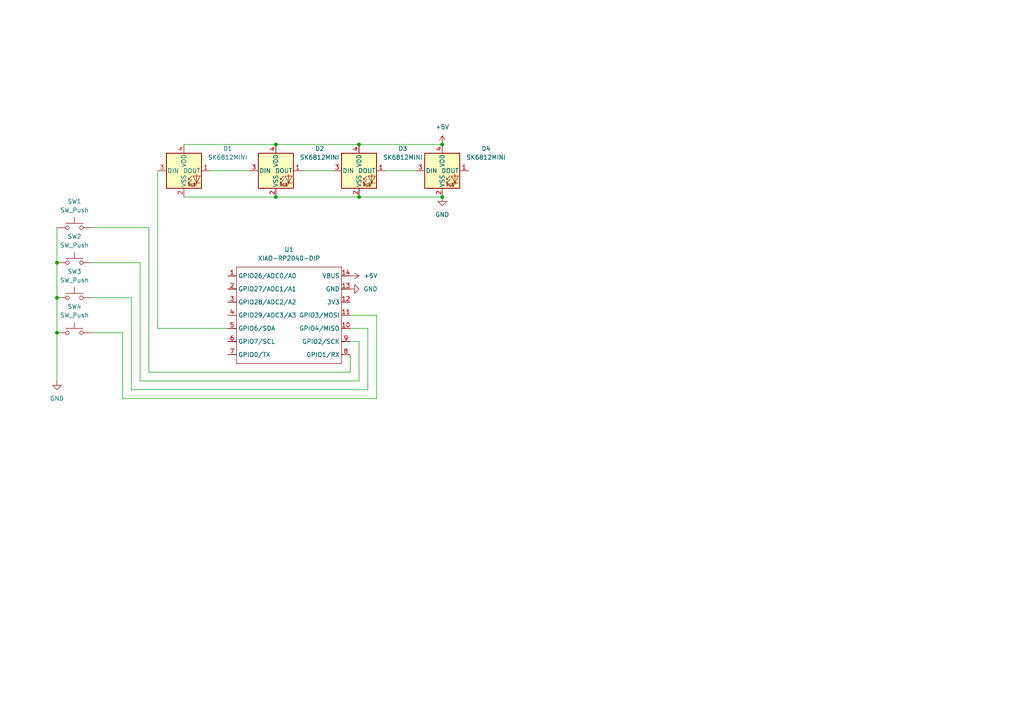
<source format=kicad_sch>
(kicad_sch
	(version 20250114)
	(generator "eeschema")
	(generator_version "9.0")
	(uuid "e8d18917-f8c4-47e2-a51c-370d45eaf6b8")
	(paper "A4")
	(lib_symbols
		(symbol "LED:SK6812MINI"
			(pin_names
				(offset 0.254)
			)
			(exclude_from_sim no)
			(in_bom yes)
			(on_board yes)
			(property "Reference" "D"
				(at 5.08 5.715 0)
				(effects
					(font
						(size 1.27 1.27)
					)
					(justify right bottom)
				)
			)
			(property "Value" "SK6812MINI"
				(at 1.27 -5.715 0)
				(effects
					(font
						(size 1.27 1.27)
					)
					(justify left top)
				)
			)
			(property "Footprint" "LED_SMD:LED_SK6812MINI_PLCC4_3.5x3.5mm_P1.75mm"
				(at 1.27 -7.62 0)
				(effects
					(font
						(size 1.27 1.27)
					)
					(justify left top)
					(hide yes)
				)
			)
			(property "Datasheet" "https://cdn-shop.adafruit.com/product-files/2686/SK6812MINI_REV.01-1-2.pdf"
				(at 2.54 -9.525 0)
				(effects
					(font
						(size 1.27 1.27)
					)
					(justify left top)
					(hide yes)
				)
			)
			(property "Description" "RGB LED with integrated controller"
				(at 0 0 0)
				(effects
					(font
						(size 1.27 1.27)
					)
					(hide yes)
				)
			)
			(property "ki_keywords" "RGB LED NeoPixel Mini addressable"
				(at 0 0 0)
				(effects
					(font
						(size 1.27 1.27)
					)
					(hide yes)
				)
			)
			(property "ki_fp_filters" "LED*SK6812MINI*PLCC*3.5x3.5mm*P1.75mm*"
				(at 0 0 0)
				(effects
					(font
						(size 1.27 1.27)
					)
					(hide yes)
				)
			)
			(symbol "SK6812MINI_0_0"
				(text "RGB"
					(at 2.286 -4.191 0)
					(effects
						(font
							(size 0.762 0.762)
						)
					)
				)
			)
			(symbol "SK6812MINI_0_1"
				(polyline
					(pts
						(xy 1.27 -2.54) (xy 1.778 -2.54)
					)
					(stroke
						(width 0)
						(type default)
					)
					(fill
						(type none)
					)
				)
				(polyline
					(pts
						(xy 1.27 -3.556) (xy 1.778 -3.556)
					)
					(stroke
						(width 0)
						(type default)
					)
					(fill
						(type none)
					)
				)
				(polyline
					(pts
						(xy 2.286 -1.524) (xy 1.27 -2.54) (xy 1.27 -2.032)
					)
					(stroke
						(width 0)
						(type default)
					)
					(fill
						(type none)
					)
				)
				(polyline
					(pts
						(xy 2.286 -2.54) (xy 1.27 -3.556) (xy 1.27 -3.048)
					)
					(stroke
						(width 0)
						(type default)
					)
					(fill
						(type none)
					)
				)
				(polyline
					(pts
						(xy 3.683 -1.016) (xy 3.683 -3.556) (xy 3.683 -4.064)
					)
					(stroke
						(width 0)
						(type default)
					)
					(fill
						(type none)
					)
				)
				(polyline
					(pts
						(xy 4.699 -1.524) (xy 2.667 -1.524) (xy 3.683 -3.556) (xy 4.699 -1.524)
					)
					(stroke
						(width 0)
						(type default)
					)
					(fill
						(type none)
					)
				)
				(polyline
					(pts
						(xy 4.699 -3.556) (xy 2.667 -3.556)
					)
					(stroke
						(width 0)
						(type default)
					)
					(fill
						(type none)
					)
				)
				(rectangle
					(start 5.08 5.08)
					(end -5.08 -5.08)
					(stroke
						(width 0.254)
						(type default)
					)
					(fill
						(type background)
					)
				)
			)
			(symbol "SK6812MINI_1_1"
				(pin input line
					(at -7.62 0 0)
					(length 2.54)
					(name "DIN"
						(effects
							(font
								(size 1.27 1.27)
							)
						)
					)
					(number "3"
						(effects
							(font
								(size 1.27 1.27)
							)
						)
					)
				)
				(pin power_in line
					(at 0 7.62 270)
					(length 2.54)
					(name "VDD"
						(effects
							(font
								(size 1.27 1.27)
							)
						)
					)
					(number "4"
						(effects
							(font
								(size 1.27 1.27)
							)
						)
					)
				)
				(pin power_in line
					(at 0 -7.62 90)
					(length 2.54)
					(name "VSS"
						(effects
							(font
								(size 1.27 1.27)
							)
						)
					)
					(number "2"
						(effects
							(font
								(size 1.27 1.27)
							)
						)
					)
				)
				(pin output line
					(at 7.62 0 180)
					(length 2.54)
					(name "DOUT"
						(effects
							(font
								(size 1.27 1.27)
							)
						)
					)
					(number "1"
						(effects
							(font
								(size 1.27 1.27)
							)
						)
					)
				)
			)
			(embedded_fonts no)
		)
		(symbol "OPL:XIAO-RP2040-DIP"
			(exclude_from_sim no)
			(in_bom yes)
			(on_board yes)
			(property "Reference" "U"
				(at 0 0 0)
				(effects
					(font
						(size 1.27 1.27)
					)
				)
			)
			(property "Value" "XIAO-RP2040-DIP"
				(at 5.334 -1.778 0)
				(effects
					(font
						(size 1.27 1.27)
					)
				)
			)
			(property "Footprint" "Module:MOUDLE14P-XIAO-DIP-SMD"
				(at 14.478 -32.258 0)
				(effects
					(font
						(size 1.27 1.27)
					)
					(hide yes)
				)
			)
			(property "Datasheet" ""
				(at 0 0 0)
				(effects
					(font
						(size 1.27 1.27)
					)
					(hide yes)
				)
			)
			(property "Description" ""
				(at 0 0 0)
				(effects
					(font
						(size 1.27 1.27)
					)
					(hide yes)
				)
			)
			(symbol "XIAO-RP2040-DIP_1_0"
				(polyline
					(pts
						(xy -1.27 -2.54) (xy 29.21 -2.54)
					)
					(stroke
						(width 0.1524)
						(type solid)
					)
					(fill
						(type none)
					)
				)
				(polyline
					(pts
						(xy -1.27 -5.08) (xy -2.54 -5.08)
					)
					(stroke
						(width 0.1524)
						(type solid)
					)
					(fill
						(type none)
					)
				)
				(polyline
					(pts
						(xy -1.27 -5.08) (xy -1.27 -2.54)
					)
					(stroke
						(width 0.1524)
						(type solid)
					)
					(fill
						(type none)
					)
				)
				(polyline
					(pts
						(xy -1.27 -8.89) (xy -2.54 -8.89)
					)
					(stroke
						(width 0.1524)
						(type solid)
					)
					(fill
						(type none)
					)
				)
				(polyline
					(pts
						(xy -1.27 -8.89) (xy -1.27 -5.08)
					)
					(stroke
						(width 0.1524)
						(type solid)
					)
					(fill
						(type none)
					)
				)
				(polyline
					(pts
						(xy -1.27 -12.7) (xy -2.54 -12.7)
					)
					(stroke
						(width 0.1524)
						(type solid)
					)
					(fill
						(type none)
					)
				)
				(polyline
					(pts
						(xy -1.27 -12.7) (xy -1.27 -8.89)
					)
					(stroke
						(width 0.1524)
						(type solid)
					)
					(fill
						(type none)
					)
				)
				(polyline
					(pts
						(xy -1.27 -16.51) (xy -2.54 -16.51)
					)
					(stroke
						(width 0.1524)
						(type solid)
					)
					(fill
						(type none)
					)
				)
				(polyline
					(pts
						(xy -1.27 -16.51) (xy -1.27 -12.7)
					)
					(stroke
						(width 0.1524)
						(type solid)
					)
					(fill
						(type none)
					)
				)
				(polyline
					(pts
						(xy -1.27 -20.32) (xy -2.54 -20.32)
					)
					(stroke
						(width 0.1524)
						(type solid)
					)
					(fill
						(type none)
					)
				)
				(polyline
					(pts
						(xy -1.27 -24.13) (xy -2.54 -24.13)
					)
					(stroke
						(width 0.1524)
						(type solid)
					)
					(fill
						(type none)
					)
				)
				(polyline
					(pts
						(xy -1.27 -27.94) (xy -2.54 -27.94)
					)
					(stroke
						(width 0.1524)
						(type solid)
					)
					(fill
						(type none)
					)
				)
				(polyline
					(pts
						(xy -1.27 -30.48) (xy -1.27 -16.51)
					)
					(stroke
						(width 0.1524)
						(type solid)
					)
					(fill
						(type none)
					)
				)
				(polyline
					(pts
						(xy 29.21 -2.54) (xy 29.21 -5.08)
					)
					(stroke
						(width 0.1524)
						(type solid)
					)
					(fill
						(type none)
					)
				)
				(polyline
					(pts
						(xy 29.21 -5.08) (xy 29.21 -8.89)
					)
					(stroke
						(width 0.1524)
						(type solid)
					)
					(fill
						(type none)
					)
				)
				(polyline
					(pts
						(xy 29.21 -8.89) (xy 29.21 -12.7)
					)
					(stroke
						(width 0.1524)
						(type solid)
					)
					(fill
						(type none)
					)
				)
				(polyline
					(pts
						(xy 29.21 -12.7) (xy 29.21 -30.48)
					)
					(stroke
						(width 0.1524)
						(type solid)
					)
					(fill
						(type none)
					)
				)
				(polyline
					(pts
						(xy 29.21 -30.48) (xy -1.27 -30.48)
					)
					(stroke
						(width 0.1524)
						(type solid)
					)
					(fill
						(type none)
					)
				)
				(polyline
					(pts
						(xy 30.48 -5.08) (xy 29.21 -5.08)
					)
					(stroke
						(width 0.1524)
						(type solid)
					)
					(fill
						(type none)
					)
				)
				(polyline
					(pts
						(xy 30.48 -8.89) (xy 29.21 -8.89)
					)
					(stroke
						(width 0.1524)
						(type solid)
					)
					(fill
						(type none)
					)
				)
				(polyline
					(pts
						(xy 30.48 -12.7) (xy 29.21 -12.7)
					)
					(stroke
						(width 0.1524)
						(type solid)
					)
					(fill
						(type none)
					)
				)
				(polyline
					(pts
						(xy 30.48 -16.51) (xy 29.21 -16.51)
					)
					(stroke
						(width 0.1524)
						(type solid)
					)
					(fill
						(type none)
					)
				)
				(polyline
					(pts
						(xy 30.48 -20.32) (xy 29.21 -20.32)
					)
					(stroke
						(width 0.1524)
						(type solid)
					)
					(fill
						(type none)
					)
				)
				(polyline
					(pts
						(xy 30.48 -24.13) (xy 29.21 -24.13)
					)
					(stroke
						(width 0.1524)
						(type solid)
					)
					(fill
						(type none)
					)
				)
				(polyline
					(pts
						(xy 30.48 -27.94) (xy 29.21 -27.94)
					)
					(stroke
						(width 0.1524)
						(type solid)
					)
					(fill
						(type none)
					)
				)
				(pin passive line
					(at -3.81 -5.08 0)
					(length 2.54)
					(name "GPIO26/ADC0/A0"
						(effects
							(font
								(size 1.27 1.27)
							)
						)
					)
					(number "1"
						(effects
							(font
								(size 1.27 1.27)
							)
						)
					)
				)
				(pin passive line
					(at -3.81 -8.89 0)
					(length 2.54)
					(name "GPIO27/ADC1/A1"
						(effects
							(font
								(size 1.27 1.27)
							)
						)
					)
					(number "2"
						(effects
							(font
								(size 1.27 1.27)
							)
						)
					)
				)
				(pin passive line
					(at -3.81 -12.7 0)
					(length 2.54)
					(name "GPIO28/ADC2/A2"
						(effects
							(font
								(size 1.27 1.27)
							)
						)
					)
					(number "3"
						(effects
							(font
								(size 1.27 1.27)
							)
						)
					)
				)
				(pin passive line
					(at -3.81 -16.51 0)
					(length 2.54)
					(name "GPIO29/ADC3/A3"
						(effects
							(font
								(size 1.27 1.27)
							)
						)
					)
					(number "4"
						(effects
							(font
								(size 1.27 1.27)
							)
						)
					)
				)
				(pin passive line
					(at -3.81 -20.32 0)
					(length 2.54)
					(name "GPIO6/SDA"
						(effects
							(font
								(size 1.27 1.27)
							)
						)
					)
					(number "5"
						(effects
							(font
								(size 1.27 1.27)
							)
						)
					)
				)
				(pin passive line
					(at -3.81 -24.13 0)
					(length 2.54)
					(name "GPIO7/SCL"
						(effects
							(font
								(size 1.27 1.27)
							)
						)
					)
					(number "6"
						(effects
							(font
								(size 1.27 1.27)
							)
						)
					)
				)
				(pin passive line
					(at -3.81 -27.94 0)
					(length 2.54)
					(name "GPIO0/TX"
						(effects
							(font
								(size 1.27 1.27)
							)
						)
					)
					(number "7"
						(effects
							(font
								(size 1.27 1.27)
							)
						)
					)
				)
				(pin passive line
					(at 31.75 -5.08 180)
					(length 2.54)
					(name "VBUS"
						(effects
							(font
								(size 1.27 1.27)
							)
						)
					)
					(number "14"
						(effects
							(font
								(size 1.27 1.27)
							)
						)
					)
				)
				(pin passive line
					(at 31.75 -8.89 180)
					(length 2.54)
					(name "GND"
						(effects
							(font
								(size 1.27 1.27)
							)
						)
					)
					(number "13"
						(effects
							(font
								(size 1.27 1.27)
							)
						)
					)
				)
				(pin passive line
					(at 31.75 -12.7 180)
					(length 2.54)
					(name "3V3"
						(effects
							(font
								(size 1.27 1.27)
							)
						)
					)
					(number "12"
						(effects
							(font
								(size 1.27 1.27)
							)
						)
					)
				)
				(pin passive line
					(at 31.75 -16.51 180)
					(length 2.54)
					(name "GPIO3/MOSI"
						(effects
							(font
								(size 1.27 1.27)
							)
						)
					)
					(number "11"
						(effects
							(font
								(size 1.27 1.27)
							)
						)
					)
				)
				(pin passive line
					(at 31.75 -20.32 180)
					(length 2.54)
					(name "GPIO4/MISO"
						(effects
							(font
								(size 1.27 1.27)
							)
						)
					)
					(number "10"
						(effects
							(font
								(size 1.27 1.27)
							)
						)
					)
				)
				(pin passive line
					(at 31.75 -24.13 180)
					(length 2.54)
					(name "GPIO2/SCK"
						(effects
							(font
								(size 1.27 1.27)
							)
						)
					)
					(number "9"
						(effects
							(font
								(size 1.27 1.27)
							)
						)
					)
				)
				(pin passive line
					(at 31.75 -27.94 180)
					(length 2.54)
					(name "GPIO1/RX"
						(effects
							(font
								(size 1.27 1.27)
							)
						)
					)
					(number "8"
						(effects
							(font
								(size 1.27 1.27)
							)
						)
					)
				)
			)
			(embedded_fonts no)
		)
		(symbol "Switch:SW_Push"
			(pin_numbers
				(hide yes)
			)
			(pin_names
				(offset 1.016)
				(hide yes)
			)
			(exclude_from_sim no)
			(in_bom yes)
			(on_board yes)
			(property "Reference" "SW"
				(at 1.27 2.54 0)
				(effects
					(font
						(size 1.27 1.27)
					)
					(justify left)
				)
			)
			(property "Value" "SW_Push"
				(at 0 -1.524 0)
				(effects
					(font
						(size 1.27 1.27)
					)
				)
			)
			(property "Footprint" ""
				(at 0 5.08 0)
				(effects
					(font
						(size 1.27 1.27)
					)
					(hide yes)
				)
			)
			(property "Datasheet" "~"
				(at 0 5.08 0)
				(effects
					(font
						(size 1.27 1.27)
					)
					(hide yes)
				)
			)
			(property "Description" "Push button switch, generic, two pins"
				(at 0 0 0)
				(effects
					(font
						(size 1.27 1.27)
					)
					(hide yes)
				)
			)
			(property "ki_keywords" "switch normally-open pushbutton push-button"
				(at 0 0 0)
				(effects
					(font
						(size 1.27 1.27)
					)
					(hide yes)
				)
			)
			(symbol "SW_Push_0_1"
				(circle
					(center -2.032 0)
					(radius 0.508)
					(stroke
						(width 0)
						(type default)
					)
					(fill
						(type none)
					)
				)
				(polyline
					(pts
						(xy 0 1.27) (xy 0 3.048)
					)
					(stroke
						(width 0)
						(type default)
					)
					(fill
						(type none)
					)
				)
				(circle
					(center 2.032 0)
					(radius 0.508)
					(stroke
						(width 0)
						(type default)
					)
					(fill
						(type none)
					)
				)
				(polyline
					(pts
						(xy 2.54 1.27) (xy -2.54 1.27)
					)
					(stroke
						(width 0)
						(type default)
					)
					(fill
						(type none)
					)
				)
				(pin passive line
					(at -5.08 0 0)
					(length 2.54)
					(name "1"
						(effects
							(font
								(size 1.27 1.27)
							)
						)
					)
					(number "1"
						(effects
							(font
								(size 1.27 1.27)
							)
						)
					)
				)
				(pin passive line
					(at 5.08 0 180)
					(length 2.54)
					(name "2"
						(effects
							(font
								(size 1.27 1.27)
							)
						)
					)
					(number "2"
						(effects
							(font
								(size 1.27 1.27)
							)
						)
					)
				)
			)
			(embedded_fonts no)
		)
		(symbol "power:+5V"
			(power)
			(pin_numbers
				(hide yes)
			)
			(pin_names
				(offset 0)
				(hide yes)
			)
			(exclude_from_sim no)
			(in_bom yes)
			(on_board yes)
			(property "Reference" "#PWR"
				(at 0 -3.81 0)
				(effects
					(font
						(size 1.27 1.27)
					)
					(hide yes)
				)
			)
			(property "Value" "+5V"
				(at 0 3.556 0)
				(effects
					(font
						(size 1.27 1.27)
					)
				)
			)
			(property "Footprint" ""
				(at 0 0 0)
				(effects
					(font
						(size 1.27 1.27)
					)
					(hide yes)
				)
			)
			(property "Datasheet" ""
				(at 0 0 0)
				(effects
					(font
						(size 1.27 1.27)
					)
					(hide yes)
				)
			)
			(property "Description" "Power symbol creates a global label with name \"+5V\""
				(at 0 0 0)
				(effects
					(font
						(size 1.27 1.27)
					)
					(hide yes)
				)
			)
			(property "ki_keywords" "global power"
				(at 0 0 0)
				(effects
					(font
						(size 1.27 1.27)
					)
					(hide yes)
				)
			)
			(symbol "+5V_0_1"
				(polyline
					(pts
						(xy -0.762 1.27) (xy 0 2.54)
					)
					(stroke
						(width 0)
						(type default)
					)
					(fill
						(type none)
					)
				)
				(polyline
					(pts
						(xy 0 2.54) (xy 0.762 1.27)
					)
					(stroke
						(width 0)
						(type default)
					)
					(fill
						(type none)
					)
				)
				(polyline
					(pts
						(xy 0 0) (xy 0 2.54)
					)
					(stroke
						(width 0)
						(type default)
					)
					(fill
						(type none)
					)
				)
			)
			(symbol "+5V_1_1"
				(pin power_in line
					(at 0 0 90)
					(length 0)
					(name "~"
						(effects
							(font
								(size 1.27 1.27)
							)
						)
					)
					(number "1"
						(effects
							(font
								(size 1.27 1.27)
							)
						)
					)
				)
			)
			(embedded_fonts no)
		)
		(symbol "power:GND"
			(power)
			(pin_numbers
				(hide yes)
			)
			(pin_names
				(offset 0)
				(hide yes)
			)
			(exclude_from_sim no)
			(in_bom yes)
			(on_board yes)
			(property "Reference" "#PWR"
				(at 0 -6.35 0)
				(effects
					(font
						(size 1.27 1.27)
					)
					(hide yes)
				)
			)
			(property "Value" "GND"
				(at 0 -3.81 0)
				(effects
					(font
						(size 1.27 1.27)
					)
				)
			)
			(property "Footprint" ""
				(at 0 0 0)
				(effects
					(font
						(size 1.27 1.27)
					)
					(hide yes)
				)
			)
			(property "Datasheet" ""
				(at 0 0 0)
				(effects
					(font
						(size 1.27 1.27)
					)
					(hide yes)
				)
			)
			(property "Description" "Power symbol creates a global label with name \"GND\" , ground"
				(at 0 0 0)
				(effects
					(font
						(size 1.27 1.27)
					)
					(hide yes)
				)
			)
			(property "ki_keywords" "global power"
				(at 0 0 0)
				(effects
					(font
						(size 1.27 1.27)
					)
					(hide yes)
				)
			)
			(symbol "GND_0_1"
				(polyline
					(pts
						(xy 0 0) (xy 0 -1.27) (xy 1.27 -1.27) (xy 0 -2.54) (xy -1.27 -1.27) (xy 0 -1.27)
					)
					(stroke
						(width 0)
						(type default)
					)
					(fill
						(type none)
					)
				)
			)
			(symbol "GND_1_1"
				(pin power_in line
					(at 0 0 270)
					(length 0)
					(name "~"
						(effects
							(font
								(size 1.27 1.27)
							)
						)
					)
					(number "1"
						(effects
							(font
								(size 1.27 1.27)
							)
						)
					)
				)
			)
			(embedded_fonts no)
		)
	)
	(junction
		(at 16.51 96.52)
		(diameter 0)
		(color 0 0 0 0)
		(uuid "22792a60-0b63-4a5e-a81a-c52a18c75643")
	)
	(junction
		(at 16.51 86.36)
		(diameter 0)
		(color 0 0 0 0)
		(uuid "3e9ec236-144f-4c8c-8981-92e33dd764e9")
	)
	(junction
		(at 80.01 41.91)
		(diameter 0)
		(color 0 0 0 0)
		(uuid "5235e165-c1a0-4ee2-8387-5d37cf71161a")
	)
	(junction
		(at 128.27 41.91)
		(diameter 0)
		(color 0 0 0 0)
		(uuid "71c0c1aa-4946-43f6-9795-268cf70b75b2")
	)
	(junction
		(at 104.14 57.15)
		(diameter 0)
		(color 0 0 0 0)
		(uuid "7412e396-9275-4e99-83c7-2b53f1c55508")
	)
	(junction
		(at 80.01 57.15)
		(diameter 0)
		(color 0 0 0 0)
		(uuid "782a96db-5d48-4154-af36-6c949723084a")
	)
	(junction
		(at 128.27 57.15)
		(diameter 0)
		(color 0 0 0 0)
		(uuid "cdaefd20-07c4-437f-8f86-75fa7be90242")
	)
	(junction
		(at 104.14 41.91)
		(diameter 0)
		(color 0 0 0 0)
		(uuid "de4b34c6-350b-41ed-b253-2794c31c1379")
	)
	(junction
		(at 16.51 76.2)
		(diameter 0)
		(color 0 0 0 0)
		(uuid "ef0e1e21-c0e2-4b60-8792-9b288a437c10")
	)
	(wire
		(pts
			(xy 45.72 95.25) (xy 45.72 49.53)
		)
		(stroke
			(width 0)
			(type default)
		)
		(uuid "144e7e0d-d4f0-4e8c-8348-d1d5b4092314")
	)
	(wire
		(pts
			(xy 26.67 96.52) (xy 35.56 96.52)
		)
		(stroke
			(width 0)
			(type default)
		)
		(uuid "1835de6c-d58c-435d-aa3b-87954196fa03")
	)
	(wire
		(pts
			(xy 60.96 49.53) (xy 72.39 49.53)
		)
		(stroke
			(width 0)
			(type default)
		)
		(uuid "187bd588-07f4-4b88-950b-946748571ec5")
	)
	(wire
		(pts
			(xy 87.63 49.53) (xy 96.52 49.53)
		)
		(stroke
			(width 0)
			(type default)
		)
		(uuid "3f6b34b6-4aec-418f-8701-dfdb21e78c35")
	)
	(wire
		(pts
			(xy 106.68 113.03) (xy 106.68 95.25)
		)
		(stroke
			(width 0)
			(type default)
		)
		(uuid "45248671-0a11-48db-8622-7f89ab4f21e6")
	)
	(wire
		(pts
			(xy 16.51 110.49) (xy 16.51 96.52)
		)
		(stroke
			(width 0)
			(type default)
		)
		(uuid "45e2fb39-530b-42fb-9671-9b97472bfd71")
	)
	(wire
		(pts
			(xy 53.34 41.91) (xy 80.01 41.91)
		)
		(stroke
			(width 0)
			(type default)
		)
		(uuid "46b6616a-95e2-4e13-bfe2-f1b2d8f3add2")
	)
	(wire
		(pts
			(xy 35.56 115.57) (xy 35.56 96.52)
		)
		(stroke
			(width 0)
			(type default)
		)
		(uuid "5212d43c-de46-4d6f-bd75-322565d25667")
	)
	(wire
		(pts
			(xy 40.64 110.49) (xy 104.14 110.49)
		)
		(stroke
			(width 0)
			(type default)
		)
		(uuid "5b82ab40-0c63-4d5a-8edd-9f19116711ed")
	)
	(wire
		(pts
			(xy 104.14 41.91) (xy 128.27 41.91)
		)
		(stroke
			(width 0)
			(type default)
		)
		(uuid "5f849c37-2f75-4fc3-9ab8-1ac9f7d21d6d")
	)
	(wire
		(pts
			(xy 66.04 95.25) (xy 45.72 95.25)
		)
		(stroke
			(width 0)
			(type default)
		)
		(uuid "670c27af-8baf-4783-83b8-eae0262ebbc9")
	)
	(wire
		(pts
			(xy 43.18 66.04) (xy 43.18 107.95)
		)
		(stroke
			(width 0)
			(type default)
		)
		(uuid "6d5c02c6-72f3-4aba-a51a-4a26a2798168")
	)
	(wire
		(pts
			(xy 104.14 110.49) (xy 104.14 99.06)
		)
		(stroke
			(width 0)
			(type default)
		)
		(uuid "6e423dc1-82c3-4473-bacc-3efedcfa8de1")
	)
	(wire
		(pts
			(xy 104.14 57.15) (xy 128.27 57.15)
		)
		(stroke
			(width 0)
			(type default)
		)
		(uuid "6fc98268-cd06-4fe3-8fe2-cf5ae5538419")
	)
	(wire
		(pts
			(xy 111.76 49.53) (xy 120.65 49.53)
		)
		(stroke
			(width 0)
			(type default)
		)
		(uuid "70044248-e3e8-4aa7-8b06-91ce84b12c43")
	)
	(wire
		(pts
			(xy 101.6 107.95) (xy 101.6 102.87)
		)
		(stroke
			(width 0)
			(type default)
		)
		(uuid "77429bf1-a3d3-4b7d-aa49-bb5f7e6a7953")
	)
	(wire
		(pts
			(xy 16.51 86.36) (xy 16.51 96.52)
		)
		(stroke
			(width 0)
			(type default)
		)
		(uuid "8725ec7c-682b-48ff-9d3b-b1878d2bad18")
	)
	(wire
		(pts
			(xy 26.67 66.04) (xy 43.18 66.04)
		)
		(stroke
			(width 0)
			(type default)
		)
		(uuid "88eea14a-68f9-4b9e-9145-bf2b6b59f697")
	)
	(wire
		(pts
			(xy 26.67 76.2) (xy 40.64 76.2)
		)
		(stroke
			(width 0)
			(type default)
		)
		(uuid "8c00afd9-9557-42b9-a7e9-767b59ef3d41")
	)
	(wire
		(pts
			(xy 40.64 76.2) (xy 40.64 110.49)
		)
		(stroke
			(width 0)
			(type default)
		)
		(uuid "9867fccf-d305-4954-9e23-425c7252271e")
	)
	(wire
		(pts
			(xy 80.01 57.15) (xy 104.14 57.15)
		)
		(stroke
			(width 0)
			(type default)
		)
		(uuid "abd3d985-dd91-410f-9eb9-20026d53e93e")
	)
	(wire
		(pts
			(xy 104.14 99.06) (xy 101.6 99.06)
		)
		(stroke
			(width 0)
			(type default)
		)
		(uuid "abdb37ec-f0c1-4931-901e-4b540acf44dd")
	)
	(wire
		(pts
			(xy 106.68 95.25) (xy 101.6 95.25)
		)
		(stroke
			(width 0)
			(type default)
		)
		(uuid "ad2cb313-569a-4f09-a980-6468f9b0151e")
	)
	(wire
		(pts
			(xy 38.1 86.36) (xy 38.1 113.03)
		)
		(stroke
			(width 0)
			(type default)
		)
		(uuid "aebb13c7-1c85-4fe8-9c11-acc368eb579c")
	)
	(wire
		(pts
			(xy 38.1 113.03) (xy 106.68 113.03)
		)
		(stroke
			(width 0)
			(type default)
		)
		(uuid "b82a4cc8-d340-4559-9802-2b6d808f45b0")
	)
	(wire
		(pts
			(xy 109.22 91.44) (xy 109.22 115.57)
		)
		(stroke
			(width 0)
			(type default)
		)
		(uuid "bc1b9665-7a32-4a53-962d-985950d7642e")
	)
	(wire
		(pts
			(xy 26.67 86.36) (xy 38.1 86.36)
		)
		(stroke
			(width 0)
			(type default)
		)
		(uuid "c059e6d0-97cc-4eb2-98b4-a55bba9f438e")
	)
	(wire
		(pts
			(xy 53.34 57.15) (xy 80.01 57.15)
		)
		(stroke
			(width 0)
			(type default)
		)
		(uuid "c579cc70-f489-4dba-8c5f-3dcd9b922bd2")
	)
	(wire
		(pts
			(xy 16.51 76.2) (xy 16.51 86.36)
		)
		(stroke
			(width 0)
			(type default)
		)
		(uuid "e106de6a-1676-4b70-b3a5-b3c5f916257b")
	)
	(wire
		(pts
			(xy 109.22 115.57) (xy 35.56 115.57)
		)
		(stroke
			(width 0)
			(type default)
		)
		(uuid "f3b8ecb0-0be9-4501-a41b-0b365446c6f5")
	)
	(wire
		(pts
			(xy 80.01 41.91) (xy 104.14 41.91)
		)
		(stroke
			(width 0)
			(type default)
		)
		(uuid "f434d347-4dad-469d-9710-09134b294bf1")
	)
	(wire
		(pts
			(xy 16.51 66.04) (xy 16.51 76.2)
		)
		(stroke
			(width 0)
			(type default)
		)
		(uuid "f59ebb38-0438-4f89-9228-5a05e90ab0dc")
	)
	(wire
		(pts
			(xy 43.18 107.95) (xy 101.6 107.95)
		)
		(stroke
			(width 0)
			(type default)
		)
		(uuid "f85246b5-3773-4bba-9407-c60c72d09019")
	)
	(wire
		(pts
			(xy 101.6 91.44) (xy 109.22 91.44)
		)
		(stroke
			(width 0)
			(type default)
		)
		(uuid "f8c100a6-f77d-4f1b-a625-19b74c4a2575")
	)
	(symbol
		(lib_id "LED:SK6812MINI")
		(at 80.01 49.53 0)
		(unit 1)
		(exclude_from_sim no)
		(in_bom yes)
		(on_board yes)
		(dnp no)
		(fields_autoplaced yes)
		(uuid "005125d3-3e9b-4b67-83ba-17a9ece2e2f1")
		(property "Reference" "D2"
			(at 92.71 43.1098 0)
			(effects
				(font
					(size 1.27 1.27)
				)
			)
		)
		(property "Value" "SK6812MINI"
			(at 92.71 45.6498 0)
			(effects
				(font
					(size 1.27 1.27)
				)
			)
		)
		(property "Footprint" "LED_SMD:LED_SK6812MINI_PLCC4_3.5x3.5mm_P1.75mm"
			(at 81.28 57.15 0)
			(effects
				(font
					(size 1.27 1.27)
				)
				(justify left top)
				(hide yes)
			)
		)
		(property "Datasheet" "https://cdn-shop.adafruit.com/product-files/2686/SK6812MINI_REV.01-1-2.pdf"
			(at 82.55 59.055 0)
			(effects
				(font
					(size 1.27 1.27)
				)
				(justify left top)
				(hide yes)
			)
		)
		(property "Description" "RGB LED with integrated controller"
			(at 80.01 49.53 0)
			(effects
				(font
					(size 1.27 1.27)
				)
				(hide yes)
			)
		)
		(pin "2"
			(uuid "cccfef72-1176-4072-b561-a32f24737781")
		)
		(pin "3"
			(uuid "e00bb11d-f66d-4860-8a66-cb4af0072a9b")
		)
		(pin "1"
			(uuid "29e46ecc-8ee1-442f-b37e-ec40a94cb15d")
		)
		(pin "4"
			(uuid "a2976266-daef-4788-ab35-008df836510d")
		)
		(instances
			(project ""
				(path "/e8d18917-f8c4-47e2-a51c-370d45eaf6b8"
					(reference "D2")
					(unit 1)
				)
			)
		)
	)
	(symbol
		(lib_id "power:+5V")
		(at 128.27 41.91 0)
		(unit 1)
		(exclude_from_sim no)
		(in_bom yes)
		(on_board yes)
		(dnp no)
		(fields_autoplaced yes)
		(uuid "093a78a7-27a0-419d-9cf4-2fdf897be695")
		(property "Reference" "#PWR07"
			(at 128.27 45.72 0)
			(effects
				(font
					(size 1.27 1.27)
				)
				(hide yes)
			)
		)
		(property "Value" "+5V"
			(at 128.27 36.83 0)
			(effects
				(font
					(size 1.27 1.27)
				)
			)
		)
		(property "Footprint" ""
			(at 128.27 41.91 0)
			(effects
				(font
					(size 1.27 1.27)
				)
				(hide yes)
			)
		)
		(property "Datasheet" ""
			(at 128.27 41.91 0)
			(effects
				(font
					(size 1.27 1.27)
				)
				(hide yes)
			)
		)
		(property "Description" "Power symbol creates a global label with name \"+5V\""
			(at 128.27 41.91 0)
			(effects
				(font
					(size 1.27 1.27)
				)
				(hide yes)
			)
		)
		(pin "1"
			(uuid "417252bd-c5df-4ee5-855f-d2d29e4768a1")
		)
		(instances
			(project "pleasecommit_redacted"
				(path "/e8d18917-f8c4-47e2-a51c-370d45eaf6b8"
					(reference "#PWR07")
					(unit 1)
				)
			)
		)
	)
	(symbol
		(lib_id "LED:SK6812MINI")
		(at 53.34 49.53 0)
		(unit 1)
		(exclude_from_sim no)
		(in_bom yes)
		(on_board yes)
		(dnp no)
		(fields_autoplaced yes)
		(uuid "1933ec1e-ed99-4a6a-8d26-73691bf809e4")
		(property "Reference" "D1"
			(at 66.04 43.1098 0)
			(effects
				(font
					(size 1.27 1.27)
				)
			)
		)
		(property "Value" "SK6812MINI"
			(at 66.04 45.6498 0)
			(effects
				(font
					(size 1.27 1.27)
				)
			)
		)
		(property "Footprint" "LED_SMD:LED_SK6812MINI_PLCC4_3.5x3.5mm_P1.75mm"
			(at 54.61 57.15 0)
			(effects
				(font
					(size 1.27 1.27)
				)
				(justify left top)
				(hide yes)
			)
		)
		(property "Datasheet" "https://cdn-shop.adafruit.com/product-files/2686/SK6812MINI_REV.01-1-2.pdf"
			(at 55.88 59.055 0)
			(effects
				(font
					(size 1.27 1.27)
				)
				(justify left top)
				(hide yes)
			)
		)
		(property "Description" "RGB LED with integrated controller"
			(at 53.34 49.53 0)
			(effects
				(font
					(size 1.27 1.27)
				)
				(hide yes)
			)
		)
		(pin "1"
			(uuid "d7203aa3-4dff-4fcf-8651-596ccd4c7424")
		)
		(pin "2"
			(uuid "8e59f366-a3bb-43ac-ab74-5a1fa60720c9")
		)
		(pin "4"
			(uuid "3fcfb42b-4a06-4183-afb8-69c37fe4c597")
		)
		(pin "3"
			(uuid "abf69e1d-fa1a-4bff-9c4b-6998f029f3ff")
		)
		(instances
			(project ""
				(path "/e8d18917-f8c4-47e2-a51c-370d45eaf6b8"
					(reference "D1")
					(unit 1)
				)
			)
		)
	)
	(symbol
		(lib_id "Switch:SW_Push")
		(at 21.59 96.52 0)
		(unit 1)
		(exclude_from_sim no)
		(in_bom yes)
		(on_board yes)
		(dnp no)
		(fields_autoplaced yes)
		(uuid "3781a60b-f52e-40f5-82f5-a9fffd1cfb70")
		(property "Reference" "SW4"
			(at 21.59 88.9 0)
			(effects
				(font
					(size 1.27 1.27)
				)
			)
		)
		(property "Value" "SW_Push"
			(at 21.59 91.44 0)
			(effects
				(font
					(size 1.27 1.27)
				)
			)
		)
		(property "Footprint" "Button_Switch_Keyboard:SW_Cherry_MX_1.00u_PCB"
			(at 21.59 91.44 0)
			(effects
				(font
					(size 1.27 1.27)
				)
				(hide yes)
			)
		)
		(property "Datasheet" "~"
			(at 21.59 91.44 0)
			(effects
				(font
					(size 1.27 1.27)
				)
				(hide yes)
			)
		)
		(property "Description" "Push button switch, generic, two pins"
			(at 21.59 96.52 0)
			(effects
				(font
					(size 1.27 1.27)
				)
				(hide yes)
			)
		)
		(pin "1"
			(uuid "0189b593-8c9d-4c11-9ba9-5464fe9f13e7")
		)
		(pin "2"
			(uuid "a03c6b81-56ba-4166-9d0c-10a28d614199")
		)
		(instances
			(project ""
				(path "/e8d18917-f8c4-47e2-a51c-370d45eaf6b8"
					(reference "SW4")
					(unit 1)
				)
			)
		)
	)
	(symbol
		(lib_id "LED:SK6812MINI")
		(at 104.14 49.53 0)
		(unit 1)
		(exclude_from_sim no)
		(in_bom yes)
		(on_board yes)
		(dnp no)
		(fields_autoplaced yes)
		(uuid "458005c7-144a-4c08-ac06-d90b2d73908e")
		(property "Reference" "D3"
			(at 116.84 43.1098 0)
			(effects
				(font
					(size 1.27 1.27)
				)
			)
		)
		(property "Value" "SK6812MINI"
			(at 116.84 45.6498 0)
			(effects
				(font
					(size 1.27 1.27)
				)
			)
		)
		(property "Footprint" "LED_SMD:LED_SK6812MINI_PLCC4_3.5x3.5mm_P1.75mm"
			(at 105.41 57.15 0)
			(effects
				(font
					(size 1.27 1.27)
				)
				(justify left top)
				(hide yes)
			)
		)
		(property "Datasheet" "https://cdn-shop.adafruit.com/product-files/2686/SK6812MINI_REV.01-1-2.pdf"
			(at 106.68 59.055 0)
			(effects
				(font
					(size 1.27 1.27)
				)
				(justify left top)
				(hide yes)
			)
		)
		(property "Description" "RGB LED with integrated controller"
			(at 104.14 49.53 0)
			(effects
				(font
					(size 1.27 1.27)
				)
				(hide yes)
			)
		)
		(pin "4"
			(uuid "230b4976-ffd3-474b-8d24-7f8537385754")
		)
		(pin "2"
			(uuid "53c649d3-01ae-4626-b307-3cf688674f33")
		)
		(pin "1"
			(uuid "1184c67e-fdc4-4027-adfd-7fbc8e18b7db")
		)
		(pin "3"
			(uuid "035bf8f1-890e-402c-ae8f-da19f522a89c")
		)
		(instances
			(project ""
				(path "/e8d18917-f8c4-47e2-a51c-370d45eaf6b8"
					(reference "D3")
					(unit 1)
				)
			)
		)
	)
	(symbol
		(lib_id "power:GND")
		(at 128.27 57.15 0)
		(unit 1)
		(exclude_from_sim no)
		(in_bom yes)
		(on_board yes)
		(dnp no)
		(fields_autoplaced yes)
		(uuid "4f29084b-ca39-4319-bc6d-ab3ed15381f2")
		(property "Reference" "#PWR09"
			(at 128.27 63.5 0)
			(effects
				(font
					(size 1.27 1.27)
				)
				(hide yes)
			)
		)
		(property "Value" "GND"
			(at 128.27 62.23 0)
			(effects
				(font
					(size 1.27 1.27)
				)
			)
		)
		(property "Footprint" ""
			(at 128.27 57.15 0)
			(effects
				(font
					(size 1.27 1.27)
				)
				(hide yes)
			)
		)
		(property "Datasheet" ""
			(at 128.27 57.15 0)
			(effects
				(font
					(size 1.27 1.27)
				)
				(hide yes)
			)
		)
		(property "Description" "Power symbol creates a global label with name \"GND\" , ground"
			(at 128.27 57.15 0)
			(effects
				(font
					(size 1.27 1.27)
				)
				(hide yes)
			)
		)
		(pin "1"
			(uuid "37151597-3a45-405c-8069-a33a01d03bdb")
		)
		(instances
			(project "pleasecommit_redacted"
				(path "/e8d18917-f8c4-47e2-a51c-370d45eaf6b8"
					(reference "#PWR09")
					(unit 1)
				)
			)
		)
	)
	(symbol
		(lib_id "Switch:SW_Push")
		(at 21.59 86.36 0)
		(unit 1)
		(exclude_from_sim no)
		(in_bom yes)
		(on_board yes)
		(dnp no)
		(fields_autoplaced yes)
		(uuid "59cd4743-f218-402f-ab1b-117a9c25477d")
		(property "Reference" "SW3"
			(at 21.59 78.74 0)
			(effects
				(font
					(size 1.27 1.27)
				)
			)
		)
		(property "Value" "SW_Push"
			(at 21.59 81.28 0)
			(effects
				(font
					(size 1.27 1.27)
				)
			)
		)
		(property "Footprint" "Button_Switch_Keyboard:SW_Cherry_MX_1.00u_PCB"
			(at 21.59 81.28 0)
			(effects
				(font
					(size 1.27 1.27)
				)
				(hide yes)
			)
		)
		(property "Datasheet" "~"
			(at 21.59 81.28 0)
			(effects
				(font
					(size 1.27 1.27)
				)
				(hide yes)
			)
		)
		(property "Description" "Push button switch, generic, two pins"
			(at 21.59 86.36 0)
			(effects
				(font
					(size 1.27 1.27)
				)
				(hide yes)
			)
		)
		(pin "2"
			(uuid "6c39e4b3-5864-44af-8888-b53fda89e033")
		)
		(pin "1"
			(uuid "7fefb8bd-7688-4626-89e6-d19441d5832c")
		)
		(instances
			(project ""
				(path "/e8d18917-f8c4-47e2-a51c-370d45eaf6b8"
					(reference "SW3")
					(unit 1)
				)
			)
		)
	)
	(symbol
		(lib_id "LED:SK6812MINI")
		(at 128.27 49.53 0)
		(unit 1)
		(exclude_from_sim no)
		(in_bom yes)
		(on_board yes)
		(dnp no)
		(fields_autoplaced yes)
		(uuid "723b449b-6d8a-4cde-9863-62e9fe43c2e3")
		(property "Reference" "D4"
			(at 140.97 43.1098 0)
			(effects
				(font
					(size 1.27 1.27)
				)
			)
		)
		(property "Value" "SK6812MINI"
			(at 140.97 45.6498 0)
			(effects
				(font
					(size 1.27 1.27)
				)
			)
		)
		(property "Footprint" "LED_SMD:LED_SK6812MINI_PLCC4_3.5x3.5mm_P1.75mm"
			(at 129.54 57.15 0)
			(effects
				(font
					(size 1.27 1.27)
				)
				(justify left top)
				(hide yes)
			)
		)
		(property "Datasheet" "https://cdn-shop.adafruit.com/product-files/2686/SK6812MINI_REV.01-1-2.pdf"
			(at 130.81 59.055 0)
			(effects
				(font
					(size 1.27 1.27)
				)
				(justify left top)
				(hide yes)
			)
		)
		(property "Description" "RGB LED with integrated controller"
			(at 128.27 49.53 0)
			(effects
				(font
					(size 1.27 1.27)
				)
				(hide yes)
			)
		)
		(pin "3"
			(uuid "ff9df1bc-4022-4142-897e-790711f50aa5")
		)
		(pin "4"
			(uuid "579496c2-9b59-45d3-951c-0dbe10100e61")
		)
		(pin "2"
			(uuid "50dab1f4-36d2-4d3f-8418-ccb21b077478")
		)
		(pin "1"
			(uuid "27449a99-baa1-43f6-b994-8ad14a0b2a4c")
		)
		(instances
			(project ""
				(path "/e8d18917-f8c4-47e2-a51c-370d45eaf6b8"
					(reference "D4")
					(unit 1)
				)
			)
		)
	)
	(symbol
		(lib_id "Switch:SW_Push")
		(at 21.59 66.04 0)
		(unit 1)
		(exclude_from_sim no)
		(in_bom yes)
		(on_board yes)
		(dnp no)
		(fields_autoplaced yes)
		(uuid "a2ecd91a-7013-4cfc-853f-9287a78b2478")
		(property "Reference" "SW1"
			(at 21.59 58.42 0)
			(effects
				(font
					(size 1.27 1.27)
				)
			)
		)
		(property "Value" "SW_Push"
			(at 21.59 60.96 0)
			(effects
				(font
					(size 1.27 1.27)
				)
			)
		)
		(property "Footprint" "Button_Switch_Keyboard:SW_Cherry_MX_1.00u_PCB"
			(at 21.59 60.96 0)
			(effects
				(font
					(size 1.27 1.27)
				)
				(hide yes)
			)
		)
		(property "Datasheet" "~"
			(at 21.59 60.96 0)
			(effects
				(font
					(size 1.27 1.27)
				)
				(hide yes)
			)
		)
		(property "Description" "Push button switch, generic, two pins"
			(at 21.59 66.04 0)
			(effects
				(font
					(size 1.27 1.27)
				)
				(hide yes)
			)
		)
		(pin "1"
			(uuid "4209fe9f-4c54-42b2-8a3c-ba25998fc27f")
		)
		(pin "2"
			(uuid "c5c40557-f75f-434d-be5e-c7fcf5a801dd")
		)
		(instances
			(project ""
				(path "/e8d18917-f8c4-47e2-a51c-370d45eaf6b8"
					(reference "SW1")
					(unit 1)
				)
			)
		)
	)
	(symbol
		(lib_id "power:+5V")
		(at 101.6 80.01 270)
		(unit 1)
		(exclude_from_sim no)
		(in_bom yes)
		(on_board yes)
		(dnp no)
		(fields_autoplaced yes)
		(uuid "a6255aae-e11c-4356-bc13-32db44af32bc")
		(property "Reference" "#PWR05"
			(at 97.79 80.01 0)
			(effects
				(font
					(size 1.27 1.27)
				)
				(hide yes)
			)
		)
		(property "Value" "+5V"
			(at 105.41 80.0099 90)
			(effects
				(font
					(size 1.27 1.27)
				)
				(justify left)
			)
		)
		(property "Footprint" ""
			(at 101.6 80.01 0)
			(effects
				(font
					(size 1.27 1.27)
				)
				(hide yes)
			)
		)
		(property "Datasheet" ""
			(at 101.6 80.01 0)
			(effects
				(font
					(size 1.27 1.27)
				)
				(hide yes)
			)
		)
		(property "Description" "Power symbol creates a global label with name \"+5V\""
			(at 101.6 80.01 0)
			(effects
				(font
					(size 1.27 1.27)
				)
				(hide yes)
			)
		)
		(pin "1"
			(uuid "2dce30e5-87b1-4719-b67b-bf54feae4ccb")
		)
		(instances
			(project ""
				(path "/e8d18917-f8c4-47e2-a51c-370d45eaf6b8"
					(reference "#PWR05")
					(unit 1)
				)
			)
		)
	)
	(symbol
		(lib_id "power:GND")
		(at 16.51 110.49 0)
		(unit 1)
		(exclude_from_sim no)
		(in_bom yes)
		(on_board yes)
		(dnp no)
		(fields_autoplaced yes)
		(uuid "b172a685-3f03-428e-8ad1-7ac5844ea85b")
		(property "Reference" "#PWR03"
			(at 16.51 116.84 0)
			(effects
				(font
					(size 1.27 1.27)
				)
				(hide yes)
			)
		)
		(property "Value" "GND"
			(at 16.51 115.57 0)
			(effects
				(font
					(size 1.27 1.27)
				)
			)
		)
		(property "Footprint" ""
			(at 16.51 110.49 0)
			(effects
				(font
					(size 1.27 1.27)
				)
				(hide yes)
			)
		)
		(property "Datasheet" ""
			(at 16.51 110.49 0)
			(effects
				(font
					(size 1.27 1.27)
				)
				(hide yes)
			)
		)
		(property "Description" "Power symbol creates a global label with name \"GND\" , ground"
			(at 16.51 110.49 0)
			(effects
				(font
					(size 1.27 1.27)
				)
				(hide yes)
			)
		)
		(pin "1"
			(uuid "f5fc3de6-a530-475f-ae9c-0fba3dc84088")
		)
		(instances
			(project ""
				(path "/e8d18917-f8c4-47e2-a51c-370d45eaf6b8"
					(reference "#PWR03")
					(unit 1)
				)
			)
		)
	)
	(symbol
		(lib_id "Switch:SW_Push")
		(at 21.59 76.2 0)
		(unit 1)
		(exclude_from_sim no)
		(in_bom yes)
		(on_board yes)
		(dnp no)
		(fields_autoplaced yes)
		(uuid "c108840e-40e8-488c-936d-167fcbfb9595")
		(property "Reference" "SW2"
			(at 21.59 68.58 0)
			(effects
				(font
					(size 1.27 1.27)
				)
			)
		)
		(property "Value" "SW_Push"
			(at 21.59 71.12 0)
			(effects
				(font
					(size 1.27 1.27)
				)
			)
		)
		(property "Footprint" "Button_Switch_Keyboard:SW_Cherry_MX_1.00u_PCB"
			(at 21.59 71.12 0)
			(effects
				(font
					(size 1.27 1.27)
				)
				(hide yes)
			)
		)
		(property "Datasheet" "~"
			(at 21.59 71.12 0)
			(effects
				(font
					(size 1.27 1.27)
				)
				(hide yes)
			)
		)
		(property "Description" "Push button switch, generic, two pins"
			(at 21.59 76.2 0)
			(effects
				(font
					(size 1.27 1.27)
				)
				(hide yes)
			)
		)
		(pin "2"
			(uuid "5283972e-cc82-4343-8944-a98364187093")
		)
		(pin "1"
			(uuid "dec8f0ae-01b1-4b82-980c-fbad259a6d6a")
		)
		(instances
			(project ""
				(path "/e8d18917-f8c4-47e2-a51c-370d45eaf6b8"
					(reference "SW2")
					(unit 1)
				)
			)
		)
	)
	(symbol
		(lib_id "OPL:XIAO-RP2040-DIP")
		(at 69.85 74.93 0)
		(unit 1)
		(exclude_from_sim no)
		(in_bom yes)
		(on_board yes)
		(dnp no)
		(fields_autoplaced yes)
		(uuid "ce6bc97d-62c9-47ac-85f1-6c69b10f0462")
		(property "Reference" "U1"
			(at 83.82 72.39 0)
			(effects
				(font
					(size 1.27 1.27)
				)
			)
		)
		(property "Value" "XIAO-RP2040-DIP"
			(at 83.82 74.93 0)
			(effects
				(font
					(size 1.27 1.27)
				)
			)
		)
		(property "Footprint" "OPL:XIAO-RP2040-DIP"
			(at 84.328 107.188 0)
			(effects
				(font
					(size 1.27 1.27)
				)
				(hide yes)
			)
		)
		(property "Datasheet" ""
			(at 69.85 74.93 0)
			(effects
				(font
					(size 1.27 1.27)
				)
				(hide yes)
			)
		)
		(property "Description" ""
			(at 69.85 74.93 0)
			(effects
				(font
					(size 1.27 1.27)
				)
				(hide yes)
			)
		)
		(pin "1"
			(uuid "712fdbc4-2702-4803-9788-b810b2d45dbc")
		)
		(pin "4"
			(uuid "6a435b57-48c2-4660-ba80-f680ecf3d821")
		)
		(pin "13"
			(uuid "075c21c2-fdfc-4a80-8718-b12522b3fb8c")
		)
		(pin "10"
			(uuid "2d5c7b43-7df9-46f8-8ae1-fea087c33c35")
		)
		(pin "5"
			(uuid "3cd0ab35-c166-4c11-943e-d0dd888ff05b")
		)
		(pin "2"
			(uuid "df3457f1-92b6-43cf-a7db-e25810009f7f")
		)
		(pin "11"
			(uuid "a8295d65-a228-4f5d-b701-b4799ffec897")
		)
		(pin "9"
			(uuid "bc17d957-775a-4b1d-9126-cd1878c2317e")
		)
		(pin "6"
			(uuid "1989cc28-909b-4048-b62c-e14b26dc33a8")
		)
		(pin "8"
			(uuid "45618f97-6aae-4a82-b088-8b76120a1c79")
		)
		(pin "14"
			(uuid "bbbff56e-7e1c-4090-83c8-b41e223c14d6")
		)
		(pin "7"
			(uuid "32585a05-3ea0-49d1-a675-08b9633bf1c2")
		)
		(pin "3"
			(uuid "afcc5a0b-4af4-4c86-92fa-23b22da6958b")
		)
		(pin "12"
			(uuid "6ab169b3-e9c8-4a7a-b352-68fd5647258a")
		)
		(instances
			(project ""
				(path "/e8d18917-f8c4-47e2-a51c-370d45eaf6b8"
					(reference "U1")
					(unit 1)
				)
			)
		)
	)
	(symbol
		(lib_id "power:GND")
		(at 101.6 83.82 90)
		(unit 1)
		(exclude_from_sim no)
		(in_bom yes)
		(on_board yes)
		(dnp no)
		(fields_autoplaced yes)
		(uuid "e75093d8-1a55-4a1f-9c78-ea255df576d8")
		(property "Reference" "#PWR02"
			(at 107.95 83.82 0)
			(effects
				(font
					(size 1.27 1.27)
				)
				(hide yes)
			)
		)
		(property "Value" "GND"
			(at 105.41 83.8199 90)
			(effects
				(font
					(size 1.27 1.27)
				)
				(justify right)
			)
		)
		(property "Footprint" ""
			(at 101.6 83.82 0)
			(effects
				(font
					(size 1.27 1.27)
				)
				(hide yes)
			)
		)
		(property "Datasheet" ""
			(at 101.6 83.82 0)
			(effects
				(font
					(size 1.27 1.27)
				)
				(hide yes)
			)
		)
		(property "Description" "Power symbol creates a global label with name \"GND\" , ground"
			(at 101.6 83.82 0)
			(effects
				(font
					(size 1.27 1.27)
				)
				(hide yes)
			)
		)
		(pin "1"
			(uuid "501bcd22-9a15-4f54-9e43-0b7a8b60b751")
		)
		(instances
			(project ""
				(path "/e8d18917-f8c4-47e2-a51c-370d45eaf6b8"
					(reference "#PWR02")
					(unit 1)
				)
			)
		)
	)
	(sheet_instances
		(path "/"
			(page "1")
		)
	)
	(embedded_fonts no)
)

</source>
